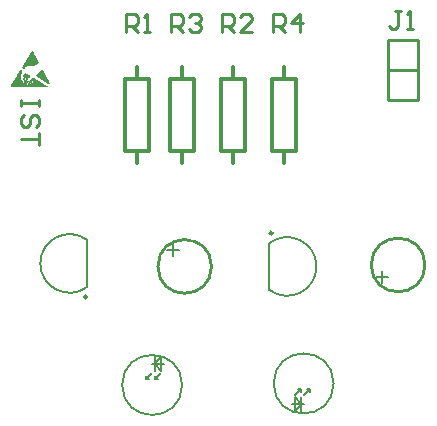
<source format=gto>
G04*
G04 #@! TF.GenerationSoftware,Altium Limited,Altium Designer,22.1.2 (22)*
G04*
G04 Layer_Color=65535*
%FSLAX25Y25*%
%MOIN*%
G70*
G04*
G04 #@! TF.SameCoordinates,FD0A4506-277C-477F-BB0F-5FCC6128DB8B*
G04*
G04*
G04 #@! TF.FilePolarity,Positive*
G04*
G01*
G75*
%ADD10C,0.00984*%
%ADD11C,0.00787*%
%ADD12C,0.00600*%
%ADD13C,0.01000*%
%ADD14C,0.00100*%
%ADD15C,0.01200*%
%ADD16C,0.00700*%
%ADD17C,0.00800*%
D10*
X32807Y57358D02*
G03*
X32807Y57358I-492J0D01*
G01*
X94677Y78642D02*
G03*
X94677Y78642I-492J0D01*
G01*
D11*
X32906Y76295D02*
G03*
X32906Y60705I-5906J-7795D01*
G01*
X93594Y59705D02*
G03*
X93594Y75295I5906J7795D01*
G01*
X32906Y60700D02*
Y76200D01*
X93594Y59800D02*
Y75300D01*
D12*
X115000Y28500D02*
G03*
X115000Y28500I-10000J0D01*
G01*
X64500Y28000D02*
G03*
X64500Y28000I-10000J0D01*
G01*
X102000Y24000D02*
X104000Y21500D01*
X102000Y19000D02*
X104000Y21500D01*
X102000Y19000D02*
Y24000D01*
X104000Y19000D02*
Y24000D01*
X55500Y35000D02*
X57500Y32500D01*
X55500Y35000D02*
X57500Y37500D01*
Y32500D02*
Y37500D01*
X55500Y32500D02*
Y37500D01*
D13*
X145444Y68000D02*
G03*
X145444Y68000I-8944J0D01*
G01*
X74292Y67500D02*
G03*
X74292Y67500I-8944J0D01*
G01*
X133000Y133000D02*
X143000D01*
X133000Y143000D02*
X143000D01*
Y123000D02*
Y143000D01*
X133000Y123000D02*
X143000D01*
X133000D02*
Y143000D01*
X16841Y123016D02*
Y121016D01*
Y122016D01*
X10842D01*
Y123016D01*
Y121016D01*
X15841Y114019D02*
X16841Y115018D01*
Y117018D01*
X15841Y118017D01*
X14841D01*
X13842Y117018D01*
Y115018D01*
X12842Y114019D01*
X11842D01*
X10842Y115018D01*
Y117018D01*
X11842Y118017D01*
X16841Y112019D02*
Y108021D01*
Y110020D01*
X10842D01*
X94900Y145800D02*
Y151798D01*
X97899D01*
X98899Y150798D01*
Y148799D01*
X97899Y147799D01*
X94900D01*
X96899D02*
X98899Y145800D01*
X103897D02*
Y151798D01*
X100898Y148799D01*
X104897D01*
X60900Y145800D02*
Y151798D01*
X63899D01*
X64899Y150798D01*
Y148799D01*
X63899Y147799D01*
X60900D01*
X62899D02*
X64899Y145800D01*
X66898Y150798D02*
X67898Y151798D01*
X69897D01*
X70897Y150798D01*
Y149799D01*
X69897Y148799D01*
X68897D01*
X69897D01*
X70897Y147799D01*
Y146800D01*
X69897Y145800D01*
X67898D01*
X66898Y146800D01*
X77900Y145800D02*
Y151798D01*
X80899D01*
X81899Y150798D01*
Y148799D01*
X80899Y147799D01*
X77900D01*
X79899D02*
X81899Y145800D01*
X87897D02*
X83898D01*
X87897Y149799D01*
Y150798D01*
X86897Y151798D01*
X84898D01*
X83898Y150798D01*
X45900Y145800D02*
Y151798D01*
X48899D01*
X49899Y150798D01*
Y148799D01*
X48899Y147799D01*
X45900D01*
X47899D02*
X49899Y145800D01*
X51898D02*
X53897D01*
X52898D01*
Y151798D01*
X51898Y150798D01*
X137299Y152498D02*
X135299D01*
X136299D01*
Y147500D01*
X135299Y146500D01*
X134300D01*
X133300Y147500D01*
X139298Y146500D02*
X141297D01*
X140298D01*
Y152498D01*
X139298Y151498D01*
D14*
X13507Y137802D02*
X15241D01*
X13407Y137702D02*
X15241D01*
X13407Y137602D02*
X15341D01*
X13307Y137502D02*
X15341D01*
X13207Y137402D02*
X15441D01*
X13207Y137302D02*
X15441D01*
X13107Y137202D02*
X15541D01*
X13007Y137102D02*
X15541D01*
X13007Y137002D02*
X15641D01*
X12907Y136902D02*
X15641D01*
X12907Y136802D02*
X15741D01*
X12807Y136702D02*
X15841D01*
X12707Y136602D02*
X15841D01*
X12707Y136502D02*
X15941D01*
X12607Y136402D02*
X15941D01*
X12607Y136302D02*
X16041D01*
X12507Y136202D02*
X16041D01*
X12407Y136102D02*
X16141D01*
X12407Y136002D02*
X16141D01*
X12307Y135902D02*
X16241D01*
X12307Y135802D02*
X16241D01*
X12207Y135702D02*
X16341D01*
X12107Y135602D02*
X16341D01*
X12107Y135502D02*
X16341D01*
X12007Y135402D02*
X16241D01*
X12007Y135302D02*
X16141D01*
X11907Y135202D02*
X16041D01*
X11807Y135102D02*
X15941D01*
X11807Y135002D02*
X15741D01*
X11707Y134902D02*
X15541D01*
X11607Y134802D02*
X15241D01*
X11607Y134702D02*
X14741D01*
X11507Y134602D02*
X13541D01*
X11507Y134502D02*
X12741D01*
X11407Y134402D02*
X12341D01*
X11307Y134302D02*
X12041D01*
X11307Y134202D02*
X11941D01*
X11207Y134102D02*
X11841D01*
X11307Y134002D02*
X11741D01*
X14307Y139102D02*
X14541D01*
X14207Y139002D02*
X14541D01*
X14207Y138902D02*
X14641D01*
X14107Y138802D02*
X14641D01*
X14007Y138702D02*
X14741D01*
X14007Y138602D02*
X14741D01*
X13907Y138502D02*
X14841D01*
X13807Y138402D02*
X14841D01*
X13807Y138302D02*
X14941D01*
X13707Y138202D02*
X14941D01*
X13707Y138102D02*
X15041D01*
X13607Y138002D02*
X15141D01*
X13507Y137902D02*
X15141D01*
X10207Y132402D02*
X10841D01*
X17007D02*
X18041D01*
X10107Y132302D02*
X10741D01*
X16907D02*
X18141D01*
X10107Y132202D02*
X10741D01*
X16907D02*
X18141D01*
X10007Y132102D02*
X10641D01*
X16807D02*
X18241D01*
X9907Y132002D02*
X10641D01*
X16707D02*
X18241D01*
X9907Y131902D02*
X10541D01*
X12007D02*
X12241D01*
X16607D02*
X18341D01*
X9807Y131802D02*
X10541D01*
X12007D02*
X12241D01*
X16507D02*
X18341D01*
X9707Y131702D02*
X10441D01*
X11907D02*
X12241D01*
X12407D02*
X12541D01*
X16407D02*
X18441D01*
X9707Y131602D02*
X10441D01*
X11807D02*
X12141D01*
X12307D02*
X12541D01*
X16207D02*
X18441D01*
X12307Y131502D02*
X12441D01*
X12707D02*
X12841D01*
X9607D02*
X10341D01*
X11807D02*
X12041D01*
X16107D02*
X18541D01*
X9607Y131402D02*
X10341D01*
X11607D02*
X11941D01*
X12307D02*
X12441D01*
X12707D02*
X12841D01*
X16007D02*
X18541D01*
X9507Y131302D02*
X10341D01*
X11507D02*
X11841D01*
X12207D02*
X12441D01*
X12607D02*
X12741D01*
X13007D02*
X13241D01*
X15907D02*
X18641D01*
X9407Y131202D02*
X10341D01*
X11507Y133902D02*
X11741D01*
X11607Y133802D02*
X11641D01*
X17607Y133002D02*
X17741D01*
X10507Y132902D02*
X10641D01*
X17407D02*
X17841D01*
X10407Y132802D02*
X10841D01*
X17207D02*
X17841D01*
X10407Y132702D02*
X10941D01*
X17107D02*
X17941D01*
X10307Y132602D02*
X10941D01*
X17107D02*
X17941D01*
X10207Y132502D02*
X10841D01*
X17007D02*
X18041D01*
X9307Y131002D02*
X10341D01*
X11607D02*
X11841D01*
X13007D02*
X13541D01*
X16107D02*
X18841D01*
X9307Y130902D02*
X10341D01*
X11707D02*
X12241D01*
X12607D02*
X12741D01*
X13007D02*
X13441D01*
X16307D02*
X18841D01*
X9207Y130802D02*
X10341D01*
X11707D02*
X12241D01*
X12607D02*
X13341D01*
X16407D02*
X18941D01*
X11707Y130702D02*
X12341D01*
X12707D02*
X13241D01*
X9107D02*
X10441D01*
X16607D02*
X18941D01*
X9107Y130602D02*
X10441D01*
X11707D02*
X11941D01*
X12107D02*
X12341D01*
X12707D02*
X13141D01*
X16707D02*
X19041D01*
X9007Y130502D02*
X10441D01*
X11707D02*
X11841D01*
X12207D02*
X12441D01*
X12607D02*
X13041D01*
X16907D02*
X19041D01*
X11607Y130402D02*
X11841D01*
X12307D02*
X12841D01*
X9007D02*
X10441D01*
X17007D02*
X19141D01*
X8907Y130302D02*
X10441D01*
X11607D02*
X11841D01*
X12307D02*
X12841D01*
X14607D02*
X14841D01*
X17207D02*
X19141D01*
X8907Y130202D02*
X10541D01*
X11607D02*
X11841D01*
X12307D02*
X12741D01*
X14507D02*
X15041D01*
X17407D02*
X19241D01*
X8807Y130102D02*
X10541D01*
X11507D02*
X11841D01*
X11607Y131202D02*
X11841D01*
X12207D02*
X12341D01*
X12607D02*
X12741D01*
X13007D02*
X13441D01*
X15807D02*
X18741D01*
X9407Y131102D02*
X10341D01*
X11607D02*
X11841D01*
X12207D02*
X12341D01*
X12607D02*
X12741D01*
X13007D02*
X13541D01*
X16007D02*
X18741D01*
X12107Y131002D02*
X12341D01*
X12607D02*
X12741D01*
X12407Y130102D02*
X12641D01*
X14407D02*
X15141D01*
X17507D02*
X19241D01*
X8707Y130002D02*
X10541D01*
X11607D02*
X11841D01*
X12307D02*
X12641D01*
X14307D02*
X15341D01*
X17707D02*
X19341D01*
X8707Y129902D02*
X10541D01*
X11607D02*
X11941D01*
X12307D02*
X12541D01*
X14207D02*
X15441D01*
X17807D02*
X19341D01*
X8607Y129802D02*
X10541D01*
X11707D02*
X11941D01*
X12307D02*
X12541D01*
X14107D02*
X15641D01*
X18007D02*
X19441D01*
X8507Y129702D02*
X10641D01*
X11707D02*
X11941D01*
X12207D02*
X12441D01*
X14007D02*
X14241D01*
X14607D02*
X15841D01*
X18207D02*
X19441D01*
X13907Y129602D02*
X14141D01*
X14707D02*
X15941D01*
X8507D02*
X10641D01*
X11807D02*
X12441D01*
X18307D02*
X19541D01*
X8407Y129502D02*
X10641D01*
X11807D02*
X12341D01*
X13807D02*
X14041D01*
X14707D02*
X16141D01*
X18507D02*
X19641D01*
X8407Y129402D02*
X10641D01*
X11907D02*
X12341D01*
X12707D02*
X13241D01*
X13807D02*
X14041D01*
X14707D02*
X16241D01*
X18607D02*
X19641D01*
X8307Y129302D02*
X10741D01*
X11907D02*
X12241D01*
X12607D02*
X13341D01*
X13707D02*
X14041D01*
X14807D02*
X16441D01*
X18807D02*
X19741D01*
X8207Y129202D02*
X11141D01*
X11907D02*
X12241D01*
X12607D02*
X12741D01*
X13307D02*
X14041D01*
X14807D02*
X16641D01*
X19007D02*
X19741D01*
X11907Y129102D02*
X12241D01*
X12507D02*
X12641D01*
X8207D02*
X10841D01*
X11107D02*
X11241D01*
X13407D02*
X14141D01*
X14807D02*
X16741D01*
X19107D02*
X19841D01*
X8107Y129002D02*
X10841D01*
X11107D02*
X11241D01*
X11907D02*
X12141D01*
X12507D02*
X12541D01*
X13407D02*
X13741D01*
X14007D02*
X14141D01*
X14807D02*
X16941D01*
X19307D02*
X19841D01*
X12407Y128902D02*
X12541D01*
X13407D02*
X13641D01*
X8107D02*
X10841D01*
X11207D02*
X11241D01*
X11907D02*
X12141D01*
X14107D02*
X14241D01*
X14707D02*
X17141D01*
X19407D02*
X19941D01*
X8007Y128802D02*
X10841D01*
X11207D02*
X11241D01*
X11907D02*
X12141D01*
X12407D02*
X12441D01*
X13407D02*
X13541D01*
X14107D02*
X14241D01*
X14607D02*
X17241D01*
X19607D02*
X19941D01*
X7907Y128702D02*
X10941D01*
X11207D02*
X11341D01*
X7907Y128602D02*
X10941D01*
X11307D02*
X11341D01*
X11307Y128402D02*
X11341D01*
X7707Y128302D02*
X11041D01*
X14107D02*
X18041D01*
X7407Y127902D02*
X18741D01*
X7407Y127802D02*
X18841D01*
X7307Y127702D02*
X19041D01*
X9207Y127602D02*
X19141D01*
X16307Y127502D02*
X19341D01*
X7807Y128502D02*
X10941D01*
X11307D02*
X11341D01*
X7707Y128402D02*
X11041D01*
X14407Y139302D02*
X14441D01*
X14307Y139202D02*
X14441D01*
X11207Y128302D02*
X11441D01*
X11607D02*
X12341D01*
X13107D02*
X13441D01*
X7607Y128202D02*
X12441D01*
X13007D02*
X18241D01*
X7607Y128102D02*
X18341D01*
X7507Y128002D02*
X18541D01*
X19807Y128702D02*
X20041D01*
X19907Y128602D02*
X20041D01*
X11907Y128702D02*
X12441D01*
X13307D02*
X13541D01*
X14207D02*
X17441D01*
X11907Y128602D02*
X12341D01*
X13307D02*
X13441D01*
X14207D02*
X17541D01*
X11807Y128502D02*
X12341D01*
X13207D02*
X13441D01*
X14207D02*
X17741D01*
X11707Y128402D02*
X12341D01*
X13207D02*
X13441D01*
X14207D02*
X17941D01*
D15*
X98600Y130100D02*
Y134100D01*
Y102100D02*
Y106100D01*
X102600D02*
Y130100D01*
X94600D02*
X102600D01*
X94600Y106100D02*
Y130100D01*
Y106100D02*
X102600D01*
X77600D02*
X85600D01*
X77600D02*
Y130100D01*
X85600D01*
Y106100D02*
Y130100D01*
X81600Y102100D02*
Y106100D01*
Y130100D02*
Y134100D01*
X64600Y130100D02*
Y134100D01*
Y102100D02*
Y106100D01*
X68600D02*
Y130100D01*
X60600D02*
X68600D01*
X60600Y106100D02*
Y130100D01*
Y106100D02*
X68600D01*
X45600D02*
X53600D01*
X45600D02*
Y130100D01*
X53600D01*
Y106100D02*
Y130100D01*
X49600Y102100D02*
Y106100D01*
Y130100D02*
Y134100D01*
D16*
X101000Y21500D02*
X105000D01*
X102000Y24500D02*
X104000Y26500D01*
X103000D02*
X104000D01*
Y25500D02*
Y26500D01*
X105000Y24500D02*
X107000Y26500D01*
X106000D02*
X107000D01*
Y25500D02*
Y26500D01*
X54500Y35000D02*
X58500D01*
X55500Y30000D02*
X57500Y32000D01*
X55500Y30000D02*
X56500D01*
X55500D02*
Y31000D01*
X52500Y30000D02*
X54500Y32000D01*
X52500Y30000D02*
X53500D01*
X52500D02*
Y31000D01*
D17*
X130988Y62126D02*
Y66126D01*
X128988Y64126D02*
X132988D01*
X59474Y73012D02*
X63474D01*
X61474Y71012D02*
Y75012D01*
M02*

</source>
